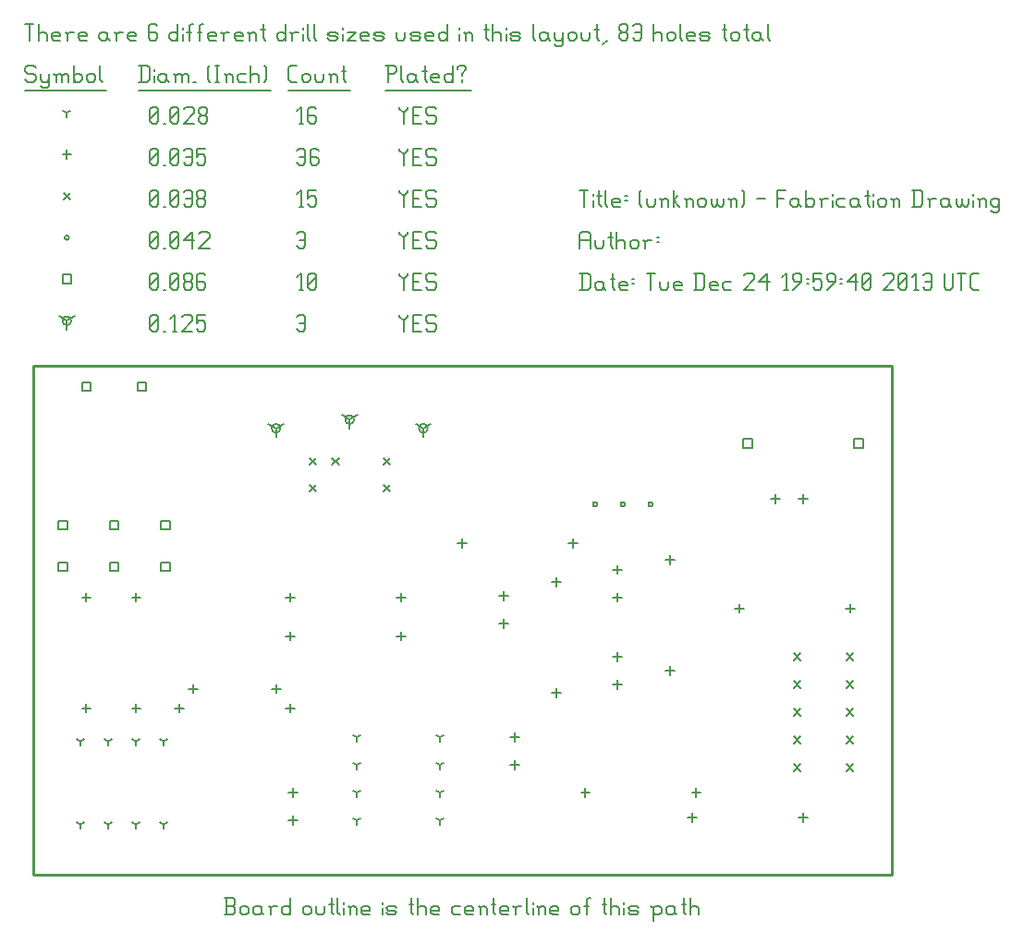
<source format=gbr>
G04 start of page 9 for group -3984 idx -3984 *
G04 Title: (unknown), fab *
G04 Creator: pcb 20110918 *
G04 CreationDate: Tue Dec 24 19:59:40 2013 UTC *
G04 For: fosse *
G04 Format: Gerber/RS-274X *
G04 PCB-Dimensions: 316500 193500 *
G04 PCB-Coordinate-Origin: lower left *
%MOIN*%
%FSLAX25Y25*%
%LNFAB*%
%ADD84C,0.0100*%
%ADD83C,0.0060*%
%ADD82C,0.0080*%
G54D82*X117000Y169083D02*Y165883D01*
Y169083D02*X119773Y170683D01*
X117000Y169083D02*X114227Y170683D01*
X115400Y169083D02*G75*G03X118600Y169083I1600J0D01*G01*
G75*G03X115400Y169083I-1600J0D01*G01*
X90425Y165933D02*Y162733D01*
Y165933D02*X93198Y167533D01*
X90425Y165933D02*X87652Y167533D01*
X88825Y165933D02*G75*G03X92025Y165933I1600J0D01*G01*
G75*G03X88825Y165933I-1600J0D01*G01*
X143575D02*Y162733D01*
Y165933D02*X146348Y167533D01*
X143575Y165933D02*X140802Y167533D01*
X141975Y165933D02*G75*G03X145175Y165933I1600J0D01*G01*
G75*G03X141975Y165933I-1600J0D01*G01*
X15000Y204750D02*Y201550D01*
Y204750D02*X17773Y206350D01*
X15000Y204750D02*X12227Y206350D01*
X13400Y204750D02*G75*G03X16600Y204750I1600J0D01*G01*
G75*G03X13400Y204750I-1600J0D01*G01*
G54D83*X135000Y207000D02*Y206250D01*
X136500Y204750D01*
X138000Y206250D01*
Y207000D02*Y206250D01*
X136500Y204750D02*Y201000D01*
X139800Y204000D02*X142050D01*
X139800Y201000D02*X142800D01*
X139800Y207000D02*Y201000D01*
Y207000D02*X142800D01*
X147600D02*X148350Y206250D01*
X145350Y207000D02*X147600D01*
X144600Y206250D02*X145350Y207000D01*
X144600Y206250D02*Y204750D01*
X145350Y204000D01*
X147600D01*
X148350Y203250D01*
Y201750D01*
X147600Y201000D02*X148350Y201750D01*
X145350Y201000D02*X147600D01*
X144600Y201750D02*X145350Y201000D01*
X98000Y206250D02*X98750Y207000D01*
X100250D01*
X101000Y206250D01*
Y201750D01*
X100250Y201000D02*X101000Y201750D01*
X98750Y201000D02*X100250D01*
X98000Y201750D02*X98750Y201000D01*
Y204000D02*X101000D01*
X45000Y201750D02*X45750Y201000D01*
X45000Y206250D02*Y201750D01*
Y206250D02*X45750Y207000D01*
X47250D01*
X48000Y206250D01*
Y201750D01*
X47250Y201000D02*X48000Y201750D01*
X45750Y201000D02*X47250D01*
X45000Y202500D02*X48000Y205500D01*
X49800Y201000D02*X50550D01*
X53100D02*X54600D01*
X53850Y207000D02*Y201000D01*
X52350Y205500D02*X53850Y207000D01*
X56400Y206250D02*X57150Y207000D01*
X59400D01*
X60150Y206250D01*
Y204750D01*
X56400Y201000D02*X60150Y204750D01*
X56400Y201000D02*X60150D01*
X61950Y207000D02*X64950D01*
X61950D02*Y204000D01*
X62700Y204750D01*
X64200D01*
X64950Y204000D01*
Y201750D01*
X64200Y201000D02*X64950Y201750D01*
X62700Y201000D02*X64200D01*
X61950Y201750D02*X62700Y201000D01*
X258900Y162100D02*X262100D01*
X258900D02*Y158900D01*
X262100D01*
Y162100D02*Y158900D01*
X298900Y162100D02*X302100D01*
X298900D02*Y158900D01*
X302100D01*
Y162100D02*Y158900D01*
X20400Y182600D02*X23600D01*
X20400D02*Y179400D01*
X23600D01*
Y182600D02*Y179400D01*
X40400Y182600D02*X43600D01*
X40400D02*Y179400D01*
X43600D01*
Y182600D02*Y179400D01*
X30400Y132600D02*X33600D01*
X30400D02*Y129400D01*
X33600D01*
Y132600D02*Y129400D01*
X11900Y132600D02*X15100D01*
X11900D02*Y129400D01*
X15100D01*
Y132600D02*Y129400D01*
X48900Y132600D02*X52100D01*
X48900D02*Y129400D01*
X52100D01*
Y132600D02*Y129400D01*
X11900Y117600D02*X15100D01*
X11900D02*Y114400D01*
X15100D01*
Y117600D02*Y114400D01*
X30400Y117600D02*X33600D01*
X30400D02*Y114400D01*
X33600D01*
Y117600D02*Y114400D01*
X48900Y117600D02*X52100D01*
X48900D02*Y114400D01*
X52100D01*
Y117600D02*Y114400D01*
X13400Y221350D02*X16600D01*
X13400D02*Y218150D01*
X16600D01*
Y221350D02*Y218150D01*
X135000Y222000D02*Y221250D01*
X136500Y219750D01*
X138000Y221250D01*
Y222000D02*Y221250D01*
X136500Y219750D02*Y216000D01*
X139800Y219000D02*X142050D01*
X139800Y216000D02*X142800D01*
X139800Y222000D02*Y216000D01*
Y222000D02*X142800D01*
X147600D02*X148350Y221250D01*
X145350Y222000D02*X147600D01*
X144600Y221250D02*X145350Y222000D01*
X144600Y221250D02*Y219750D01*
X145350Y219000D01*
X147600D01*
X148350Y218250D01*
Y216750D01*
X147600Y216000D02*X148350Y216750D01*
X145350Y216000D02*X147600D01*
X144600Y216750D02*X145350Y216000D01*
X98750D02*X100250D01*
X99500Y222000D02*Y216000D01*
X98000Y220500D02*X99500Y222000D01*
X102050Y216750D02*X102800Y216000D01*
X102050Y221250D02*Y216750D01*
Y221250D02*X102800Y222000D01*
X104300D01*
X105050Y221250D01*
Y216750D01*
X104300Y216000D02*X105050Y216750D01*
X102800Y216000D02*X104300D01*
X102050Y217500D02*X105050Y220500D01*
X45000Y216750D02*X45750Y216000D01*
X45000Y221250D02*Y216750D01*
Y221250D02*X45750Y222000D01*
X47250D01*
X48000Y221250D01*
Y216750D01*
X47250Y216000D02*X48000Y216750D01*
X45750Y216000D02*X47250D01*
X45000Y217500D02*X48000Y220500D01*
X49800Y216000D02*X50550D01*
X52350Y216750D02*X53100Y216000D01*
X52350Y221250D02*Y216750D01*
Y221250D02*X53100Y222000D01*
X54600D01*
X55350Y221250D01*
Y216750D01*
X54600Y216000D02*X55350Y216750D01*
X53100Y216000D02*X54600D01*
X52350Y217500D02*X55350Y220500D01*
X57150Y216750D02*X57900Y216000D01*
X57150Y218250D02*Y216750D01*
Y218250D02*X57900Y219000D01*
X59400D01*
X60150Y218250D01*
Y216750D01*
X59400Y216000D02*X60150Y216750D01*
X57900Y216000D02*X59400D01*
X57150Y219750D02*X57900Y219000D01*
X57150Y221250D02*Y219750D01*
Y221250D02*X57900Y222000D01*
X59400D01*
X60150Y221250D01*
Y219750D01*
X59400Y219000D02*X60150Y219750D01*
X64200Y222000D02*X64950Y221250D01*
X62700Y222000D02*X64200D01*
X61950Y221250D02*X62700Y222000D01*
X61950Y221250D02*Y216750D01*
X62700Y216000D01*
X64200Y219000D02*X64950Y218250D01*
X61950Y219000D02*X64200D01*
X62700Y216000D02*X64200D01*
X64950Y216750D01*
Y218250D02*Y216750D01*
X204700Y138500D02*G75*G03X206300Y138500I800J0D01*G01*
G75*G03X204700Y138500I-800J0D01*G01*
X214700D02*G75*G03X216300Y138500I800J0D01*G01*
G75*G03X214700Y138500I-800J0D01*G01*
X224700D02*G75*G03X226300Y138500I800J0D01*G01*
G75*G03X224700Y138500I-800J0D01*G01*
X14200Y234750D02*G75*G03X15800Y234750I800J0D01*G01*
G75*G03X14200Y234750I-800J0D01*G01*
X135000Y237000D02*Y236250D01*
X136500Y234750D01*
X138000Y236250D01*
Y237000D02*Y236250D01*
X136500Y234750D02*Y231000D01*
X139800Y234000D02*X142050D01*
X139800Y231000D02*X142800D01*
X139800Y237000D02*Y231000D01*
Y237000D02*X142800D01*
X147600D02*X148350Y236250D01*
X145350Y237000D02*X147600D01*
X144600Y236250D02*X145350Y237000D01*
X144600Y236250D02*Y234750D01*
X145350Y234000D01*
X147600D01*
X148350Y233250D01*
Y231750D01*
X147600Y231000D02*X148350Y231750D01*
X145350Y231000D02*X147600D01*
X144600Y231750D02*X145350Y231000D01*
X98000Y236250D02*X98750Y237000D01*
X100250D01*
X101000Y236250D01*
Y231750D01*
X100250Y231000D02*X101000Y231750D01*
X98750Y231000D02*X100250D01*
X98000Y231750D02*X98750Y231000D01*
Y234000D02*X101000D01*
X45000Y231750D02*X45750Y231000D01*
X45000Y236250D02*Y231750D01*
Y236250D02*X45750Y237000D01*
X47250D01*
X48000Y236250D01*
Y231750D01*
X47250Y231000D02*X48000Y231750D01*
X45750Y231000D02*X47250D01*
X45000Y232500D02*X48000Y235500D01*
X49800Y231000D02*X50550D01*
X52350Y231750D02*X53100Y231000D01*
X52350Y236250D02*Y231750D01*
Y236250D02*X53100Y237000D01*
X54600D01*
X55350Y236250D01*
Y231750D01*
X54600Y231000D02*X55350Y231750D01*
X53100Y231000D02*X54600D01*
X52350Y232500D02*X55350Y235500D01*
X57150Y234000D02*X60150Y237000D01*
X57150Y234000D02*X60900D01*
X60150Y237000D02*Y231000D01*
X62700Y236250D02*X63450Y237000D01*
X65700D01*
X66450Y236250D01*
Y234750D01*
X62700Y231000D02*X66450Y234750D01*
X62700Y231000D02*X66450D01*
X296300Y84700D02*X298700Y82300D01*
X296300D02*X298700Y84700D01*
X296300Y74700D02*X298700Y72300D01*
X296300D02*X298700Y74700D01*
X296300Y64700D02*X298700Y62300D01*
X296300D02*X298700Y64700D01*
X296300Y54700D02*X298700Y52300D01*
X296300D02*X298700Y54700D01*
X296300Y44700D02*X298700Y42300D01*
X296300D02*X298700Y44700D01*
X102414Y145480D02*X104814Y143080D01*
X102414D02*X104814Y145480D01*
X110682Y155322D02*X113082Y152922D01*
X110682D02*X113082Y155322D01*
X102414D02*X104814Y152922D01*
X102414D02*X104814Y155322D01*
X129186D02*X131586Y152922D01*
X129186D02*X131586Y155322D01*
X129186Y145480D02*X131586Y143080D01*
X129186D02*X131586Y145480D01*
X277300Y84700D02*X279700Y82300D01*
X277300D02*X279700Y84700D01*
X277300Y74700D02*X279700Y72300D01*
X277300D02*X279700Y74700D01*
X277300Y64700D02*X279700Y62300D01*
X277300D02*X279700Y64700D01*
X277300Y54700D02*X279700Y52300D01*
X277300D02*X279700Y54700D01*
X277300Y44700D02*X279700Y42300D01*
X277300D02*X279700Y44700D01*
X13800Y250950D02*X16200Y248550D01*
X13800D02*X16200Y250950D01*
X135000Y252000D02*Y251250D01*
X136500Y249750D01*
X138000Y251250D01*
Y252000D02*Y251250D01*
X136500Y249750D02*Y246000D01*
X139800Y249000D02*X142050D01*
X139800Y246000D02*X142800D01*
X139800Y252000D02*Y246000D01*
Y252000D02*X142800D01*
X147600D02*X148350Y251250D01*
X145350Y252000D02*X147600D01*
X144600Y251250D02*X145350Y252000D01*
X144600Y251250D02*Y249750D01*
X145350Y249000D01*
X147600D01*
X148350Y248250D01*
Y246750D01*
X147600Y246000D02*X148350Y246750D01*
X145350Y246000D02*X147600D01*
X144600Y246750D02*X145350Y246000D01*
X98750D02*X100250D01*
X99500Y252000D02*Y246000D01*
X98000Y250500D02*X99500Y252000D01*
X102050D02*X105050D01*
X102050D02*Y249000D01*
X102800Y249750D01*
X104300D01*
X105050Y249000D01*
Y246750D01*
X104300Y246000D02*X105050Y246750D01*
X102800Y246000D02*X104300D01*
X102050Y246750D02*X102800Y246000D01*
X45000Y246750D02*X45750Y246000D01*
X45000Y251250D02*Y246750D01*
Y251250D02*X45750Y252000D01*
X47250D01*
X48000Y251250D01*
Y246750D01*
X47250Y246000D02*X48000Y246750D01*
X45750Y246000D02*X47250D01*
X45000Y247500D02*X48000Y250500D01*
X49800Y246000D02*X50550D01*
X52350Y246750D02*X53100Y246000D01*
X52350Y251250D02*Y246750D01*
Y251250D02*X53100Y252000D01*
X54600D01*
X55350Y251250D01*
Y246750D01*
X54600Y246000D02*X55350Y246750D01*
X53100Y246000D02*X54600D01*
X52350Y247500D02*X55350Y250500D01*
X57150Y251250D02*X57900Y252000D01*
X59400D01*
X60150Y251250D01*
Y246750D01*
X59400Y246000D02*X60150Y246750D01*
X57900Y246000D02*X59400D01*
X57150Y246750D02*X57900Y246000D01*
Y249000D02*X60150D01*
X61950Y246750D02*X62700Y246000D01*
X61950Y248250D02*Y246750D01*
Y248250D02*X62700Y249000D01*
X64200D01*
X64950Y248250D01*
Y246750D01*
X64200Y246000D02*X64950Y246750D01*
X62700Y246000D02*X64200D01*
X61950Y249750D02*X62700Y249000D01*
X61950Y251250D02*Y249750D01*
Y251250D02*X62700Y252000D01*
X64200D01*
X64950Y251250D01*
Y249750D01*
X64200Y249000D02*X64950Y249750D01*
X270500Y142100D02*Y138900D01*
X268900Y140500D02*X272100D01*
X280500Y142100D02*Y138900D01*
X278900Y140500D02*X282100D01*
X191500Y72100D02*Y68900D01*
X189900Y70500D02*X193100D01*
X191500Y112100D02*Y108900D01*
X189900Y110500D02*X193100D01*
X172500Y97100D02*Y93900D01*
X170900Y95500D02*X174100D01*
X172500Y107100D02*Y103900D01*
X170900Y105500D02*X174100D01*
X96500Y26100D02*Y22900D01*
X94900Y24500D02*X98100D01*
X96500Y36100D02*Y32900D01*
X94900Y34500D02*X98100D01*
X40000Y106600D02*Y103400D01*
X38400Y105000D02*X41600D01*
X40000Y66600D02*Y63400D01*
X38400Y65000D02*X41600D01*
X176500Y46100D02*Y42900D01*
X174900Y44500D02*X178100D01*
X176500Y56100D02*Y52900D01*
X174900Y54500D02*X178100D01*
X157500Y126100D02*Y122900D01*
X155900Y124500D02*X159100D01*
X197500Y126100D02*Y122900D01*
X195900Y124500D02*X199100D01*
X60500Y73600D02*Y70400D01*
X58900Y72000D02*X62100D01*
X90500Y73600D02*Y70400D01*
X88900Y72000D02*X92100D01*
X213500Y106600D02*Y103400D01*
X211900Y105000D02*X215100D01*
X213500Y116600D02*Y113400D01*
X211900Y115000D02*X215100D01*
X232500Y80100D02*Y76900D01*
X230900Y78500D02*X234100D01*
X232500Y120100D02*Y116900D01*
X230900Y118500D02*X234100D01*
X213500Y75100D02*Y71900D01*
X211900Y73500D02*X215100D01*
X213500Y85100D02*Y81900D01*
X211900Y83500D02*X215100D01*
X22000Y106600D02*Y103400D01*
X20400Y105000D02*X23600D01*
X22000Y66600D02*Y63400D01*
X20400Y65000D02*X23600D01*
X202000Y36100D02*Y32900D01*
X200400Y34500D02*X203600D01*
X242000Y36100D02*Y32900D01*
X240400Y34500D02*X243600D01*
X135500Y106600D02*Y103400D01*
X133900Y105000D02*X137100D01*
X95500Y106600D02*Y103400D01*
X93900Y105000D02*X97100D01*
X135500Y92600D02*Y89400D01*
X133900Y91000D02*X137100D01*
X95500Y92600D02*Y89400D01*
X93900Y91000D02*X97100D01*
X55500Y66600D02*Y63400D01*
X53900Y65000D02*X57100D01*
X95500Y66600D02*Y63400D01*
X93900Y65000D02*X97100D01*
X257500Y102600D02*Y99400D01*
X255900Y101000D02*X259100D01*
X297500Y102600D02*Y99400D01*
X295900Y101000D02*X299100D01*
X240500Y27100D02*Y23900D01*
X238900Y25500D02*X242100D01*
X280500Y27100D02*Y23900D01*
X278900Y25500D02*X282100D01*
X15000Y266350D02*Y263150D01*
X13400Y264750D02*X16600D01*
X135000Y267000D02*Y266250D01*
X136500Y264750D01*
X138000Y266250D01*
Y267000D02*Y266250D01*
X136500Y264750D02*Y261000D01*
X139800Y264000D02*X142050D01*
X139800Y261000D02*X142800D01*
X139800Y267000D02*Y261000D01*
Y267000D02*X142800D01*
X147600D02*X148350Y266250D01*
X145350Y267000D02*X147600D01*
X144600Y266250D02*X145350Y267000D01*
X144600Y266250D02*Y264750D01*
X145350Y264000D01*
X147600D01*
X148350Y263250D01*
Y261750D01*
X147600Y261000D02*X148350Y261750D01*
X145350Y261000D02*X147600D01*
X144600Y261750D02*X145350Y261000D01*
X98000Y266250D02*X98750Y267000D01*
X100250D01*
X101000Y266250D01*
Y261750D01*
X100250Y261000D02*X101000Y261750D01*
X98750Y261000D02*X100250D01*
X98000Y261750D02*X98750Y261000D01*
Y264000D02*X101000D01*
X105050Y267000D02*X105800Y266250D01*
X103550Y267000D02*X105050D01*
X102800Y266250D02*X103550Y267000D01*
X102800Y266250D02*Y261750D01*
X103550Y261000D01*
X105050Y264000D02*X105800Y263250D01*
X102800Y264000D02*X105050D01*
X103550Y261000D02*X105050D01*
X105800Y261750D01*
Y263250D02*Y261750D01*
X45000D02*X45750Y261000D01*
X45000Y266250D02*Y261750D01*
Y266250D02*X45750Y267000D01*
X47250D01*
X48000Y266250D01*
Y261750D01*
X47250Y261000D02*X48000Y261750D01*
X45750Y261000D02*X47250D01*
X45000Y262500D02*X48000Y265500D01*
X49800Y261000D02*X50550D01*
X52350Y261750D02*X53100Y261000D01*
X52350Y266250D02*Y261750D01*
Y266250D02*X53100Y267000D01*
X54600D01*
X55350Y266250D01*
Y261750D01*
X54600Y261000D02*X55350Y261750D01*
X53100Y261000D02*X54600D01*
X52350Y262500D02*X55350Y265500D01*
X57150Y266250D02*X57900Y267000D01*
X59400D01*
X60150Y266250D01*
Y261750D01*
X59400Y261000D02*X60150Y261750D01*
X57900Y261000D02*X59400D01*
X57150Y261750D02*X57900Y261000D01*
Y264000D02*X60150D01*
X61950Y267000D02*X64950D01*
X61950D02*Y264000D01*
X62700Y264750D01*
X64200D01*
X64950Y264000D01*
Y261750D01*
X64200Y261000D02*X64950Y261750D01*
X62700Y261000D02*X64200D01*
X61950Y261750D02*X62700Y261000D01*
X50000Y53000D02*Y51400D01*
Y53000D02*X51387Y53800D01*
X50000Y53000D02*X48613Y53800D01*
X40000Y53000D02*Y51400D01*
Y53000D02*X41387Y53800D01*
X40000Y53000D02*X38613Y53800D01*
X30000Y53000D02*Y51400D01*
Y53000D02*X31387Y53800D01*
X30000Y53000D02*X28613Y53800D01*
X20000Y53000D02*Y51400D01*
Y53000D02*X21387Y53800D01*
X20000Y53000D02*X18613Y53800D01*
X20000Y23000D02*Y21400D01*
Y23000D02*X21387Y23800D01*
X20000Y23000D02*X18613Y23800D01*
X30000Y23000D02*Y21400D01*
Y23000D02*X31387Y23800D01*
X30000Y23000D02*X28613Y23800D01*
X40000Y23000D02*Y21400D01*
Y23000D02*X41387Y23800D01*
X40000Y23000D02*X38613Y23800D01*
X50000Y23000D02*Y21400D01*
Y23000D02*X51387Y23800D01*
X50000Y23000D02*X48613Y23800D01*
X119500Y54500D02*Y52900D01*
Y54500D02*X120887Y55300D01*
X119500Y54500D02*X118113Y55300D01*
X119500Y44500D02*Y42900D01*
Y44500D02*X120887Y45300D01*
X119500Y44500D02*X118113Y45300D01*
X119500Y34500D02*Y32900D01*
Y34500D02*X120887Y35300D01*
X119500Y34500D02*X118113Y35300D01*
X119500Y24500D02*Y22900D01*
Y24500D02*X120887Y25300D01*
X119500Y24500D02*X118113Y25300D01*
X149500Y24500D02*Y22900D01*
Y24500D02*X150887Y25300D01*
X149500Y24500D02*X148113Y25300D01*
X149500Y34500D02*Y32900D01*
Y34500D02*X150887Y35300D01*
X149500Y34500D02*X148113Y35300D01*
X149500Y44500D02*Y42900D01*
Y44500D02*X150887Y45300D01*
X149500Y44500D02*X148113Y45300D01*
X149500Y54500D02*Y52900D01*
Y54500D02*X150887Y55300D01*
X149500Y54500D02*X148113Y55300D01*
X15000Y279750D02*Y278150D01*
Y279750D02*X16387Y280550D01*
X15000Y279750D02*X13613Y280550D01*
X135000Y282000D02*Y281250D01*
X136500Y279750D01*
X138000Y281250D01*
Y282000D02*Y281250D01*
X136500Y279750D02*Y276000D01*
X139800Y279000D02*X142050D01*
X139800Y276000D02*X142800D01*
X139800Y282000D02*Y276000D01*
Y282000D02*X142800D01*
X147600D02*X148350Y281250D01*
X145350Y282000D02*X147600D01*
X144600Y281250D02*X145350Y282000D01*
X144600Y281250D02*Y279750D01*
X145350Y279000D01*
X147600D01*
X148350Y278250D01*
Y276750D01*
X147600Y276000D02*X148350Y276750D01*
X145350Y276000D02*X147600D01*
X144600Y276750D02*X145350Y276000D01*
X98750D02*X100250D01*
X99500Y282000D02*Y276000D01*
X98000Y280500D02*X99500Y282000D01*
X104300D02*X105050Y281250D01*
X102800Y282000D02*X104300D01*
X102050Y281250D02*X102800Y282000D01*
X102050Y281250D02*Y276750D01*
X102800Y276000D01*
X104300Y279000D02*X105050Y278250D01*
X102050Y279000D02*X104300D01*
X102800Y276000D02*X104300D01*
X105050Y276750D01*
Y278250D02*Y276750D01*
X45000D02*X45750Y276000D01*
X45000Y281250D02*Y276750D01*
Y281250D02*X45750Y282000D01*
X47250D01*
X48000Y281250D01*
Y276750D01*
X47250Y276000D02*X48000Y276750D01*
X45750Y276000D02*X47250D01*
X45000Y277500D02*X48000Y280500D01*
X49800Y276000D02*X50550D01*
X52350Y276750D02*X53100Y276000D01*
X52350Y281250D02*Y276750D01*
Y281250D02*X53100Y282000D01*
X54600D01*
X55350Y281250D01*
Y276750D01*
X54600Y276000D02*X55350Y276750D01*
X53100Y276000D02*X54600D01*
X52350Y277500D02*X55350Y280500D01*
X57150Y281250D02*X57900Y282000D01*
X60150D01*
X60900Y281250D01*
Y279750D01*
X57150Y276000D02*X60900Y279750D01*
X57150Y276000D02*X60900D01*
X62700Y276750D02*X63450Y276000D01*
X62700Y278250D02*Y276750D01*
Y278250D02*X63450Y279000D01*
X64950D01*
X65700Y278250D01*
Y276750D01*
X64950Y276000D02*X65700Y276750D01*
X63450Y276000D02*X64950D01*
X62700Y279750D02*X63450Y279000D01*
X62700Y281250D02*Y279750D01*
Y281250D02*X63450Y282000D01*
X64950D01*
X65700Y281250D01*
Y279750D01*
X64950Y279000D02*X65700Y279750D01*
X3000Y297000D02*X3750Y296250D01*
X750Y297000D02*X3000D01*
X0Y296250D02*X750Y297000D01*
X0Y296250D02*Y294750D01*
X750Y294000D01*
X3000D01*
X3750Y293250D01*
Y291750D01*
X3000Y291000D02*X3750Y291750D01*
X750Y291000D02*X3000D01*
X0Y291750D02*X750Y291000D01*
X5550Y294000D02*Y291750D01*
X6300Y291000D01*
X8550Y294000D02*Y289500D01*
X7800Y288750D02*X8550Y289500D01*
X6300Y288750D02*X7800D01*
X5550Y289500D02*X6300Y288750D01*
Y291000D02*X7800D01*
X8550Y291750D01*
X11100Y293250D02*Y291000D01*
Y293250D02*X11850Y294000D01*
X12600D01*
X13350Y293250D01*
Y291000D01*
Y293250D02*X14100Y294000D01*
X14850D01*
X15600Y293250D01*
Y291000D01*
X10350Y294000D02*X11100Y293250D01*
X17400Y297000D02*Y291000D01*
Y291750D02*X18150Y291000D01*
X19650D01*
X20400Y291750D01*
Y293250D02*Y291750D01*
X19650Y294000D02*X20400Y293250D01*
X18150Y294000D02*X19650D01*
X17400Y293250D02*X18150Y294000D01*
X22200Y293250D02*Y291750D01*
Y293250D02*X22950Y294000D01*
X24450D01*
X25200Y293250D01*
Y291750D01*
X24450Y291000D02*X25200Y291750D01*
X22950Y291000D02*X24450D01*
X22200Y291750D02*X22950Y291000D01*
X27000Y297000D02*Y291750D01*
X27750Y291000D01*
X0Y287750D02*X29250D01*
X41750Y297000D02*Y291000D01*
X44000Y297000D02*X44750Y296250D01*
Y291750D01*
X44000Y291000D02*X44750Y291750D01*
X41000Y291000D02*X44000D01*
X41000Y297000D02*X44000D01*
X46550Y295500D02*Y294750D01*
Y293250D02*Y291000D01*
X50300Y294000D02*X51050Y293250D01*
X48800Y294000D02*X50300D01*
X48050Y293250D02*X48800Y294000D01*
X48050Y293250D02*Y291750D01*
X48800Y291000D01*
X51050Y294000D02*Y291750D01*
X51800Y291000D01*
X48800D02*X50300D01*
X51050Y291750D01*
X54350Y293250D02*Y291000D01*
Y293250D02*X55100Y294000D01*
X55850D01*
X56600Y293250D01*
Y291000D01*
Y293250D02*X57350Y294000D01*
X58100D01*
X58850Y293250D01*
Y291000D01*
X53600Y294000D02*X54350Y293250D01*
X60650Y291000D02*X61400D01*
X65900Y291750D02*X66650Y291000D01*
X65900Y296250D02*X66650Y297000D01*
X65900Y296250D02*Y291750D01*
X68450Y297000D02*X69950D01*
X69200D02*Y291000D01*
X68450D02*X69950D01*
X72500Y293250D02*Y291000D01*
Y293250D02*X73250Y294000D01*
X74000D01*
X74750Y293250D01*
Y291000D01*
X71750Y294000D02*X72500Y293250D01*
X77300Y294000D02*X79550D01*
X76550Y293250D02*X77300Y294000D01*
X76550Y293250D02*Y291750D01*
X77300Y291000D01*
X79550D01*
X81350Y297000D02*Y291000D01*
Y293250D02*X82100Y294000D01*
X83600D01*
X84350Y293250D01*
Y291000D01*
X86150Y297000D02*X86900Y296250D01*
Y291750D01*
X86150Y291000D02*X86900Y291750D01*
X41000Y287750D02*X88700D01*
X95750Y291000D02*X98000D01*
X95000Y291750D02*X95750Y291000D01*
X95000Y296250D02*Y291750D01*
Y296250D02*X95750Y297000D01*
X98000D01*
X99800Y293250D02*Y291750D01*
Y293250D02*X100550Y294000D01*
X102050D01*
X102800Y293250D01*
Y291750D01*
X102050Y291000D02*X102800Y291750D01*
X100550Y291000D02*X102050D01*
X99800Y291750D02*X100550Y291000D01*
X104600Y294000D02*Y291750D01*
X105350Y291000D01*
X106850D01*
X107600Y291750D01*
Y294000D02*Y291750D01*
X110150Y293250D02*Y291000D01*
Y293250D02*X110900Y294000D01*
X111650D01*
X112400Y293250D01*
Y291000D01*
X109400Y294000D02*X110150Y293250D01*
X114950Y297000D02*Y291750D01*
X115700Y291000D01*
X114200Y294750D02*X115700D01*
X95000Y287750D02*X117200D01*
X130750Y297000D02*Y291000D01*
X130000Y297000D02*X133000D01*
X133750Y296250D01*
Y294750D01*
X133000Y294000D02*X133750Y294750D01*
X130750Y294000D02*X133000D01*
X135550Y297000D02*Y291750D01*
X136300Y291000D01*
X140050Y294000D02*X140800Y293250D01*
X138550Y294000D02*X140050D01*
X137800Y293250D02*X138550Y294000D01*
X137800Y293250D02*Y291750D01*
X138550Y291000D01*
X140800Y294000D02*Y291750D01*
X141550Y291000D01*
X138550D02*X140050D01*
X140800Y291750D01*
X144100Y297000D02*Y291750D01*
X144850Y291000D01*
X143350Y294750D02*X144850D01*
X147100Y291000D02*X149350D01*
X146350Y291750D02*X147100Y291000D01*
X146350Y293250D02*Y291750D01*
Y293250D02*X147100Y294000D01*
X148600D01*
X149350Y293250D01*
X146350Y292500D02*X149350D01*
Y293250D02*Y292500D01*
X154150Y297000D02*Y291000D01*
X153400D02*X154150Y291750D01*
X151900Y291000D02*X153400D01*
X151150Y291750D02*X151900Y291000D01*
X151150Y293250D02*Y291750D01*
Y293250D02*X151900Y294000D01*
X153400D01*
X154150Y293250D01*
X157450Y294000D02*Y293250D01*
Y291750D02*Y291000D01*
X155950Y296250D02*Y295500D01*
Y296250D02*X156700Y297000D01*
X158200D01*
X158950Y296250D01*
Y295500D01*
X157450Y294000D02*X158950Y295500D01*
X130000Y287750D02*X160750D01*
X0Y312000D02*X3000D01*
X1500D02*Y306000D01*
X4800Y312000D02*Y306000D01*
Y308250D02*X5550Y309000D01*
X7050D01*
X7800Y308250D01*
Y306000D01*
X10350D02*X12600D01*
X9600Y306750D02*X10350Y306000D01*
X9600Y308250D02*Y306750D01*
Y308250D02*X10350Y309000D01*
X11850D01*
X12600Y308250D01*
X9600Y307500D02*X12600D01*
Y308250D02*Y307500D01*
X15150Y308250D02*Y306000D01*
Y308250D02*X15900Y309000D01*
X17400D01*
X14400D02*X15150Y308250D01*
X19950Y306000D02*X22200D01*
X19200Y306750D02*X19950Y306000D01*
X19200Y308250D02*Y306750D01*
Y308250D02*X19950Y309000D01*
X21450D01*
X22200Y308250D01*
X19200Y307500D02*X22200D01*
Y308250D02*Y307500D01*
X28950Y309000D02*X29700Y308250D01*
X27450Y309000D02*X28950D01*
X26700Y308250D02*X27450Y309000D01*
X26700Y308250D02*Y306750D01*
X27450Y306000D01*
X29700Y309000D02*Y306750D01*
X30450Y306000D01*
X27450D02*X28950D01*
X29700Y306750D01*
X33000Y308250D02*Y306000D01*
Y308250D02*X33750Y309000D01*
X35250D01*
X32250D02*X33000Y308250D01*
X37800Y306000D02*X40050D01*
X37050Y306750D02*X37800Y306000D01*
X37050Y308250D02*Y306750D01*
Y308250D02*X37800Y309000D01*
X39300D01*
X40050Y308250D01*
X37050Y307500D02*X40050D01*
Y308250D02*Y307500D01*
X46800Y312000D02*X47550Y311250D01*
X45300Y312000D02*X46800D01*
X44550Y311250D02*X45300Y312000D01*
X44550Y311250D02*Y306750D01*
X45300Y306000D01*
X46800Y309000D02*X47550Y308250D01*
X44550Y309000D02*X46800D01*
X45300Y306000D02*X46800D01*
X47550Y306750D01*
Y308250D02*Y306750D01*
X55050Y312000D02*Y306000D01*
X54300D02*X55050Y306750D01*
X52800Y306000D02*X54300D01*
X52050Y306750D02*X52800Y306000D01*
X52050Y308250D02*Y306750D01*
Y308250D02*X52800Y309000D01*
X54300D01*
X55050Y308250D01*
X56850Y310500D02*Y309750D01*
Y308250D02*Y306000D01*
X59100Y311250D02*Y306000D01*
Y311250D02*X59850Y312000D01*
X60600D01*
X58350Y309000D02*X59850D01*
X62850Y311250D02*Y306000D01*
Y311250D02*X63600Y312000D01*
X64350D01*
X62100Y309000D02*X63600D01*
X66600Y306000D02*X68850D01*
X65850Y306750D02*X66600Y306000D01*
X65850Y308250D02*Y306750D01*
Y308250D02*X66600Y309000D01*
X68100D01*
X68850Y308250D01*
X65850Y307500D02*X68850D01*
Y308250D02*Y307500D01*
X71400Y308250D02*Y306000D01*
Y308250D02*X72150Y309000D01*
X73650D01*
X70650D02*X71400Y308250D01*
X76200Y306000D02*X78450D01*
X75450Y306750D02*X76200Y306000D01*
X75450Y308250D02*Y306750D01*
Y308250D02*X76200Y309000D01*
X77700D01*
X78450Y308250D01*
X75450Y307500D02*X78450D01*
Y308250D02*Y307500D01*
X81000Y308250D02*Y306000D01*
Y308250D02*X81750Y309000D01*
X82500D01*
X83250Y308250D01*
Y306000D01*
X80250Y309000D02*X81000Y308250D01*
X85800Y312000D02*Y306750D01*
X86550Y306000D01*
X85050Y309750D02*X86550D01*
X93750Y312000D02*Y306000D01*
X93000D02*X93750Y306750D01*
X91500Y306000D02*X93000D01*
X90750Y306750D02*X91500Y306000D01*
X90750Y308250D02*Y306750D01*
Y308250D02*X91500Y309000D01*
X93000D01*
X93750Y308250D01*
X96300D02*Y306000D01*
Y308250D02*X97050Y309000D01*
X98550D01*
X95550D02*X96300Y308250D01*
X100350Y310500D02*Y309750D01*
Y308250D02*Y306000D01*
X101850Y312000D02*Y306750D01*
X102600Y306000D01*
X104100Y312000D02*Y306750D01*
X104850Y306000D01*
X109800D02*X112050D01*
X112800Y306750D01*
X112050Y307500D02*X112800Y306750D01*
X109800Y307500D02*X112050D01*
X109050Y308250D02*X109800Y307500D01*
X109050Y308250D02*X109800Y309000D01*
X112050D01*
X112800Y308250D01*
X109050Y306750D02*X109800Y306000D01*
X114600Y310500D02*Y309750D01*
Y308250D02*Y306000D01*
X116100Y309000D02*X119100D01*
X116100Y306000D02*X119100Y309000D01*
X116100Y306000D02*X119100D01*
X121650D02*X123900D01*
X120900Y306750D02*X121650Y306000D01*
X120900Y308250D02*Y306750D01*
Y308250D02*X121650Y309000D01*
X123150D01*
X123900Y308250D01*
X120900Y307500D02*X123900D01*
Y308250D02*Y307500D01*
X126450Y306000D02*X128700D01*
X129450Y306750D01*
X128700Y307500D02*X129450Y306750D01*
X126450Y307500D02*X128700D01*
X125700Y308250D02*X126450Y307500D01*
X125700Y308250D02*X126450Y309000D01*
X128700D01*
X129450Y308250D01*
X125700Y306750D02*X126450Y306000D01*
X133950Y309000D02*Y306750D01*
X134700Y306000D01*
X136200D01*
X136950Y306750D01*
Y309000D02*Y306750D01*
X139500Y306000D02*X141750D01*
X142500Y306750D01*
X141750Y307500D02*X142500Y306750D01*
X139500Y307500D02*X141750D01*
X138750Y308250D02*X139500Y307500D01*
X138750Y308250D02*X139500Y309000D01*
X141750D01*
X142500Y308250D01*
X138750Y306750D02*X139500Y306000D01*
X145050D02*X147300D01*
X144300Y306750D02*X145050Y306000D01*
X144300Y308250D02*Y306750D01*
Y308250D02*X145050Y309000D01*
X146550D01*
X147300Y308250D01*
X144300Y307500D02*X147300D01*
Y308250D02*Y307500D01*
X152100Y312000D02*Y306000D01*
X151350D02*X152100Y306750D01*
X149850Y306000D02*X151350D01*
X149100Y306750D02*X149850Y306000D01*
X149100Y308250D02*Y306750D01*
Y308250D02*X149850Y309000D01*
X151350D01*
X152100Y308250D01*
X156600Y310500D02*Y309750D01*
Y308250D02*Y306000D01*
X158850Y308250D02*Y306000D01*
Y308250D02*X159600Y309000D01*
X160350D01*
X161100Y308250D01*
Y306000D01*
X158100Y309000D02*X158850Y308250D01*
X166350Y312000D02*Y306750D01*
X167100Y306000D01*
X165600Y309750D02*X167100D01*
X168600Y312000D02*Y306000D01*
Y308250D02*X169350Y309000D01*
X170850D01*
X171600Y308250D01*
Y306000D01*
X173400Y310500D02*Y309750D01*
Y308250D02*Y306000D01*
X175650D02*X177900D01*
X178650Y306750D01*
X177900Y307500D02*X178650Y306750D01*
X175650Y307500D02*X177900D01*
X174900Y308250D02*X175650Y307500D01*
X174900Y308250D02*X175650Y309000D01*
X177900D01*
X178650Y308250D01*
X174900Y306750D02*X175650Y306000D01*
X183150Y312000D02*Y306750D01*
X183900Y306000D01*
X187650Y309000D02*X188400Y308250D01*
X186150Y309000D02*X187650D01*
X185400Y308250D02*X186150Y309000D01*
X185400Y308250D02*Y306750D01*
X186150Y306000D01*
X188400Y309000D02*Y306750D01*
X189150Y306000D01*
X186150D02*X187650D01*
X188400Y306750D01*
X190950Y309000D02*Y306750D01*
X191700Y306000D01*
X193950Y309000D02*Y304500D01*
X193200Y303750D02*X193950Y304500D01*
X191700Y303750D02*X193200D01*
X190950Y304500D02*X191700Y303750D01*
Y306000D02*X193200D01*
X193950Y306750D01*
X195750Y308250D02*Y306750D01*
Y308250D02*X196500Y309000D01*
X198000D01*
X198750Y308250D01*
Y306750D01*
X198000Y306000D02*X198750Y306750D01*
X196500Y306000D02*X198000D01*
X195750Y306750D02*X196500Y306000D01*
X200550Y309000D02*Y306750D01*
X201300Y306000D01*
X202800D01*
X203550Y306750D01*
Y309000D02*Y306750D01*
X206100Y312000D02*Y306750D01*
X206850Y306000D01*
X205350Y309750D02*X206850D01*
X208350Y304500D02*X209850Y306000D01*
X214350Y306750D02*X215100Y306000D01*
X214350Y308250D02*Y306750D01*
Y308250D02*X215100Y309000D01*
X216600D01*
X217350Y308250D01*
Y306750D01*
X216600Y306000D02*X217350Y306750D01*
X215100Y306000D02*X216600D01*
X214350Y309750D02*X215100Y309000D01*
X214350Y311250D02*Y309750D01*
Y311250D02*X215100Y312000D01*
X216600D01*
X217350Y311250D01*
Y309750D01*
X216600Y309000D02*X217350Y309750D01*
X219150Y311250D02*X219900Y312000D01*
X221400D01*
X222150Y311250D01*
Y306750D01*
X221400Y306000D02*X222150Y306750D01*
X219900Y306000D02*X221400D01*
X219150Y306750D02*X219900Y306000D01*
Y309000D02*X222150D01*
X226650Y312000D02*Y306000D01*
Y308250D02*X227400Y309000D01*
X228900D01*
X229650Y308250D01*
Y306000D01*
X231450Y308250D02*Y306750D01*
Y308250D02*X232200Y309000D01*
X233700D01*
X234450Y308250D01*
Y306750D01*
X233700Y306000D02*X234450Y306750D01*
X232200Y306000D02*X233700D01*
X231450Y306750D02*X232200Y306000D01*
X236250Y312000D02*Y306750D01*
X237000Y306000D01*
X239250D02*X241500D01*
X238500Y306750D02*X239250Y306000D01*
X238500Y308250D02*Y306750D01*
Y308250D02*X239250Y309000D01*
X240750D01*
X241500Y308250D01*
X238500Y307500D02*X241500D01*
Y308250D02*Y307500D01*
X244050Y306000D02*X246300D01*
X247050Y306750D01*
X246300Y307500D02*X247050Y306750D01*
X244050Y307500D02*X246300D01*
X243300Y308250D02*X244050Y307500D01*
X243300Y308250D02*X244050Y309000D01*
X246300D01*
X247050Y308250D01*
X243300Y306750D02*X244050Y306000D01*
X252300Y312000D02*Y306750D01*
X253050Y306000D01*
X251550Y309750D02*X253050D01*
X254550Y308250D02*Y306750D01*
Y308250D02*X255300Y309000D01*
X256800D01*
X257550Y308250D01*
Y306750D01*
X256800Y306000D02*X257550Y306750D01*
X255300Y306000D02*X256800D01*
X254550Y306750D02*X255300Y306000D01*
X260100Y312000D02*Y306750D01*
X260850Y306000D01*
X259350Y309750D02*X260850D01*
X264600Y309000D02*X265350Y308250D01*
X263100Y309000D02*X264600D01*
X262350Y308250D02*X263100Y309000D01*
X262350Y308250D02*Y306750D01*
X263100Y306000D01*
X265350Y309000D02*Y306750D01*
X266100Y306000D01*
X263100D02*X264600D01*
X265350Y306750D01*
X267900Y312000D02*Y306750D01*
X268650Y306000D01*
G54D84*X3000Y188500D02*X312500D01*
Y5000D01*
X3000D01*
Y188500D01*
G54D83*X71925Y-9500D02*X74925D01*
X75675Y-8750D01*
Y-7250D02*Y-8750D01*
X74925Y-6500D02*X75675Y-7250D01*
X72675Y-6500D02*X74925D01*
X72675Y-3500D02*Y-9500D01*
X71925Y-3500D02*X74925D01*
X75675Y-4250D01*
Y-5750D01*
X74925Y-6500D02*X75675Y-5750D01*
X77475Y-7250D02*Y-8750D01*
Y-7250D02*X78225Y-6500D01*
X79725D01*
X80475Y-7250D01*
Y-8750D01*
X79725Y-9500D02*X80475Y-8750D01*
X78225Y-9500D02*X79725D01*
X77475Y-8750D02*X78225Y-9500D01*
X84525Y-6500D02*X85275Y-7250D01*
X83025Y-6500D02*X84525D01*
X82275Y-7250D02*X83025Y-6500D01*
X82275Y-7250D02*Y-8750D01*
X83025Y-9500D01*
X85275Y-6500D02*Y-8750D01*
X86025Y-9500D01*
X83025D02*X84525D01*
X85275Y-8750D01*
X88575Y-7250D02*Y-9500D01*
Y-7250D02*X89325Y-6500D01*
X90825D01*
X87825D02*X88575Y-7250D01*
X95625Y-3500D02*Y-9500D01*
X94875D02*X95625Y-8750D01*
X93375Y-9500D02*X94875D01*
X92625Y-8750D02*X93375Y-9500D01*
X92625Y-7250D02*Y-8750D01*
Y-7250D02*X93375Y-6500D01*
X94875D01*
X95625Y-7250D01*
X100125D02*Y-8750D01*
Y-7250D02*X100875Y-6500D01*
X102375D01*
X103125Y-7250D01*
Y-8750D01*
X102375Y-9500D02*X103125Y-8750D01*
X100875Y-9500D02*X102375D01*
X100125Y-8750D02*X100875Y-9500D01*
X104925Y-6500D02*Y-8750D01*
X105675Y-9500D01*
X107175D01*
X107925Y-8750D01*
Y-6500D02*Y-8750D01*
X110475Y-3500D02*Y-8750D01*
X111225Y-9500D01*
X109725Y-5750D02*X111225D01*
X112725Y-3500D02*Y-8750D01*
X113475Y-9500D01*
X114975Y-5000D02*Y-5750D01*
Y-7250D02*Y-9500D01*
X117225Y-7250D02*Y-9500D01*
Y-7250D02*X117975Y-6500D01*
X118725D01*
X119475Y-7250D01*
Y-9500D01*
X116475Y-6500D02*X117225Y-7250D01*
X122025Y-9500D02*X124275D01*
X121275Y-8750D02*X122025Y-9500D01*
X121275Y-7250D02*Y-8750D01*
Y-7250D02*X122025Y-6500D01*
X123525D01*
X124275Y-7250D01*
X121275Y-8000D02*X124275D01*
Y-7250D02*Y-8000D01*
X128775Y-5000D02*Y-5750D01*
Y-7250D02*Y-9500D01*
X131025D02*X133275D01*
X134025Y-8750D01*
X133275Y-8000D02*X134025Y-8750D01*
X131025Y-8000D02*X133275D01*
X130275Y-7250D02*X131025Y-8000D01*
X130275Y-7250D02*X131025Y-6500D01*
X133275D01*
X134025Y-7250D01*
X130275Y-8750D02*X131025Y-9500D01*
X139275Y-3500D02*Y-8750D01*
X140025Y-9500D01*
X138525Y-5750D02*X140025D01*
X141525Y-3500D02*Y-9500D01*
Y-7250D02*X142275Y-6500D01*
X143775D01*
X144525Y-7250D01*
Y-9500D01*
X147075D02*X149325D01*
X146325Y-8750D02*X147075Y-9500D01*
X146325Y-7250D02*Y-8750D01*
Y-7250D02*X147075Y-6500D01*
X148575D01*
X149325Y-7250D01*
X146325Y-8000D02*X149325D01*
Y-7250D02*Y-8000D01*
X154575Y-6500D02*X156825D01*
X153825Y-7250D02*X154575Y-6500D01*
X153825Y-7250D02*Y-8750D01*
X154575Y-9500D01*
X156825D01*
X159375D02*X161625D01*
X158625Y-8750D02*X159375Y-9500D01*
X158625Y-7250D02*Y-8750D01*
Y-7250D02*X159375Y-6500D01*
X160875D01*
X161625Y-7250D01*
X158625Y-8000D02*X161625D01*
Y-7250D02*Y-8000D01*
X164175Y-7250D02*Y-9500D01*
Y-7250D02*X164925Y-6500D01*
X165675D01*
X166425Y-7250D01*
Y-9500D01*
X163425Y-6500D02*X164175Y-7250D01*
X168975Y-3500D02*Y-8750D01*
X169725Y-9500D01*
X168225Y-5750D02*X169725D01*
X171975Y-9500D02*X174225D01*
X171225Y-8750D02*X171975Y-9500D01*
X171225Y-7250D02*Y-8750D01*
Y-7250D02*X171975Y-6500D01*
X173475D01*
X174225Y-7250D01*
X171225Y-8000D02*X174225D01*
Y-7250D02*Y-8000D01*
X176775Y-7250D02*Y-9500D01*
Y-7250D02*X177525Y-6500D01*
X179025D01*
X176025D02*X176775Y-7250D01*
X180825Y-3500D02*Y-8750D01*
X181575Y-9500D01*
X183075Y-5000D02*Y-5750D01*
Y-7250D02*Y-9500D01*
X185325Y-7250D02*Y-9500D01*
Y-7250D02*X186075Y-6500D01*
X186825D01*
X187575Y-7250D01*
Y-9500D01*
X184575Y-6500D02*X185325Y-7250D01*
X190125Y-9500D02*X192375D01*
X189375Y-8750D02*X190125Y-9500D01*
X189375Y-7250D02*Y-8750D01*
Y-7250D02*X190125Y-6500D01*
X191625D01*
X192375Y-7250D01*
X189375Y-8000D02*X192375D01*
Y-7250D02*Y-8000D01*
X196875Y-7250D02*Y-8750D01*
Y-7250D02*X197625Y-6500D01*
X199125D01*
X199875Y-7250D01*
Y-8750D01*
X199125Y-9500D02*X199875Y-8750D01*
X197625Y-9500D02*X199125D01*
X196875Y-8750D02*X197625Y-9500D01*
X202425Y-4250D02*Y-9500D01*
Y-4250D02*X203175Y-3500D01*
X203925D01*
X201675Y-6500D02*X203175D01*
X208875Y-3500D02*Y-8750D01*
X209625Y-9500D01*
X208125Y-5750D02*X209625D01*
X211125Y-3500D02*Y-9500D01*
Y-7250D02*X211875Y-6500D01*
X213375D01*
X214125Y-7250D01*
Y-9500D01*
X215925Y-5000D02*Y-5750D01*
Y-7250D02*Y-9500D01*
X218175D02*X220425D01*
X221175Y-8750D01*
X220425Y-8000D02*X221175Y-8750D01*
X218175Y-8000D02*X220425D01*
X217425Y-7250D02*X218175Y-8000D01*
X217425Y-7250D02*X218175Y-6500D01*
X220425D01*
X221175Y-7250D01*
X217425Y-8750D02*X218175Y-9500D01*
X226425Y-7250D02*Y-11750D01*
X225675Y-6500D02*X226425Y-7250D01*
X227175Y-6500D01*
X228675D01*
X229425Y-7250D01*
Y-8750D01*
X228675Y-9500D02*X229425Y-8750D01*
X227175Y-9500D02*X228675D01*
X226425Y-8750D02*X227175Y-9500D01*
X233475Y-6500D02*X234225Y-7250D01*
X231975Y-6500D02*X233475D01*
X231225Y-7250D02*X231975Y-6500D01*
X231225Y-7250D02*Y-8750D01*
X231975Y-9500D01*
X234225Y-6500D02*Y-8750D01*
X234975Y-9500D01*
X231975D02*X233475D01*
X234225Y-8750D01*
X237525Y-3500D02*Y-8750D01*
X238275Y-9500D01*
X236775Y-5750D02*X238275D01*
X239775Y-3500D02*Y-9500D01*
Y-7250D02*X240525Y-6500D01*
X242025D01*
X242775Y-7250D01*
Y-9500D01*
X200750Y222000D02*Y216000D01*
X203000Y222000D02*X203750Y221250D01*
Y216750D01*
X203000Y216000D02*X203750Y216750D01*
X200000Y216000D02*X203000D01*
X200000Y222000D02*X203000D01*
X207800Y219000D02*X208550Y218250D01*
X206300Y219000D02*X207800D01*
X205550Y218250D02*X206300Y219000D01*
X205550Y218250D02*Y216750D01*
X206300Y216000D01*
X208550Y219000D02*Y216750D01*
X209300Y216000D01*
X206300D02*X207800D01*
X208550Y216750D01*
X211850Y222000D02*Y216750D01*
X212600Y216000D01*
X211100Y219750D02*X212600D01*
X214850Y216000D02*X217100D01*
X214100Y216750D02*X214850Y216000D01*
X214100Y218250D02*Y216750D01*
Y218250D02*X214850Y219000D01*
X216350D01*
X217100Y218250D01*
X214100Y217500D02*X217100D01*
Y218250D02*Y217500D01*
X218900Y219750D02*X219650D01*
X218900Y218250D02*X219650D01*
X224150Y222000D02*X227150D01*
X225650D02*Y216000D01*
X228950Y219000D02*Y216750D01*
X229700Y216000D01*
X231200D01*
X231950Y216750D01*
Y219000D02*Y216750D01*
X234500Y216000D02*X236750D01*
X233750Y216750D02*X234500Y216000D01*
X233750Y218250D02*Y216750D01*
Y218250D02*X234500Y219000D01*
X236000D01*
X236750Y218250D01*
X233750Y217500D02*X236750D01*
Y218250D02*Y217500D01*
X242000Y222000D02*Y216000D01*
X244250Y222000D02*X245000Y221250D01*
Y216750D01*
X244250Y216000D02*X245000Y216750D01*
X241250Y216000D02*X244250D01*
X241250Y222000D02*X244250D01*
X247550Y216000D02*X249800D01*
X246800Y216750D02*X247550Y216000D01*
X246800Y218250D02*Y216750D01*
Y218250D02*X247550Y219000D01*
X249050D01*
X249800Y218250D01*
X246800Y217500D02*X249800D01*
Y218250D02*Y217500D01*
X252350Y219000D02*X254600D01*
X251600Y218250D02*X252350Y219000D01*
X251600Y218250D02*Y216750D01*
X252350Y216000D01*
X254600D01*
X259100Y221250D02*X259850Y222000D01*
X262100D01*
X262850Y221250D01*
Y219750D01*
X259100Y216000D02*X262850Y219750D01*
X259100Y216000D02*X262850D01*
X264650Y219000D02*X267650Y222000D01*
X264650Y219000D02*X268400D01*
X267650Y222000D02*Y216000D01*
X273650D02*X275150D01*
X274400Y222000D02*Y216000D01*
X272900Y220500D02*X274400Y222000D01*
X276950Y216000D02*X279950Y219000D01*
Y221250D02*Y219000D01*
X279200Y222000D02*X279950Y221250D01*
X277700Y222000D02*X279200D01*
X276950Y221250D02*X277700Y222000D01*
X276950Y221250D02*Y219750D01*
X277700Y219000D01*
X279950D01*
X281750Y219750D02*X282500D01*
X281750Y218250D02*X282500D01*
X284300Y222000D02*X287300D01*
X284300D02*Y219000D01*
X285050Y219750D01*
X286550D01*
X287300Y219000D01*
Y216750D01*
X286550Y216000D02*X287300Y216750D01*
X285050Y216000D02*X286550D01*
X284300Y216750D02*X285050Y216000D01*
X289100D02*X292100Y219000D01*
Y221250D02*Y219000D01*
X291350Y222000D02*X292100Y221250D01*
X289850Y222000D02*X291350D01*
X289100Y221250D02*X289850Y222000D01*
X289100Y221250D02*Y219750D01*
X289850Y219000D01*
X292100D01*
X293900Y219750D02*X294650D01*
X293900Y218250D02*X294650D01*
X296450Y219000D02*X299450Y222000D01*
X296450Y219000D02*X300200D01*
X299450Y222000D02*Y216000D01*
X302000Y216750D02*X302750Y216000D01*
X302000Y221250D02*Y216750D01*
Y221250D02*X302750Y222000D01*
X304250D01*
X305000Y221250D01*
Y216750D01*
X304250Y216000D02*X305000Y216750D01*
X302750Y216000D02*X304250D01*
X302000Y217500D02*X305000Y220500D01*
X309500Y221250D02*X310250Y222000D01*
X312500D01*
X313250Y221250D01*
Y219750D01*
X309500Y216000D02*X313250Y219750D01*
X309500Y216000D02*X313250D01*
X315050Y216750D02*X315800Y216000D01*
X315050Y221250D02*Y216750D01*
Y221250D02*X315800Y222000D01*
X317300D01*
X318050Y221250D01*
Y216750D01*
X317300Y216000D02*X318050Y216750D01*
X315800Y216000D02*X317300D01*
X315050Y217500D02*X318050Y220500D01*
X320600Y216000D02*X322100D01*
X321350Y222000D02*Y216000D01*
X319850Y220500D02*X321350Y222000D01*
X323900Y221250D02*X324650Y222000D01*
X326150D01*
X326900Y221250D01*
Y216750D01*
X326150Y216000D02*X326900Y216750D01*
X324650Y216000D02*X326150D01*
X323900Y216750D02*X324650Y216000D01*
Y219000D02*X326900D01*
X331400Y222000D02*Y216750D01*
X332150Y216000D01*
X333650D01*
X334400Y216750D01*
Y222000D02*Y216750D01*
X336200Y222000D02*X339200D01*
X337700D02*Y216000D01*
X341750D02*X344000D01*
X341000Y216750D02*X341750Y216000D01*
X341000Y221250D02*Y216750D01*
Y221250D02*X341750Y222000D01*
X344000D01*
X200000Y236250D02*Y231000D01*
Y236250D02*X200750Y237000D01*
X203000D01*
X203750Y236250D01*
Y231000D01*
X200000Y234000D02*X203750D01*
X205550D02*Y231750D01*
X206300Y231000D01*
X207800D01*
X208550Y231750D01*
Y234000D02*Y231750D01*
X211100Y237000D02*Y231750D01*
X211850Y231000D01*
X210350Y234750D02*X211850D01*
X213350Y237000D02*Y231000D01*
Y233250D02*X214100Y234000D01*
X215600D01*
X216350Y233250D01*
Y231000D01*
X218150Y233250D02*Y231750D01*
Y233250D02*X218900Y234000D01*
X220400D01*
X221150Y233250D01*
Y231750D01*
X220400Y231000D02*X221150Y231750D01*
X218900Y231000D02*X220400D01*
X218150Y231750D02*X218900Y231000D01*
X223700Y233250D02*Y231000D01*
Y233250D02*X224450Y234000D01*
X225950D01*
X222950D02*X223700Y233250D01*
X227750Y234750D02*X228500D01*
X227750Y233250D02*X228500D01*
X200000Y252000D02*X203000D01*
X201500D02*Y246000D01*
X204800Y250500D02*Y249750D01*
Y248250D02*Y246000D01*
X207050Y252000D02*Y246750D01*
X207800Y246000D01*
X206300Y249750D02*X207800D01*
X209300Y252000D02*Y246750D01*
X210050Y246000D01*
X212300D02*X214550D01*
X211550Y246750D02*X212300Y246000D01*
X211550Y248250D02*Y246750D01*
Y248250D02*X212300Y249000D01*
X213800D01*
X214550Y248250D01*
X211550Y247500D02*X214550D01*
Y248250D02*Y247500D01*
X216350Y249750D02*X217100D01*
X216350Y248250D02*X217100D01*
X221600Y246750D02*X222350Y246000D01*
X221600Y251250D02*X222350Y252000D01*
X221600Y251250D02*Y246750D01*
X224150Y249000D02*Y246750D01*
X224900Y246000D01*
X226400D01*
X227150Y246750D01*
Y249000D02*Y246750D01*
X229700Y248250D02*Y246000D01*
Y248250D02*X230450Y249000D01*
X231200D01*
X231950Y248250D01*
Y246000D01*
X228950Y249000D02*X229700Y248250D01*
X233750Y252000D02*Y246000D01*
Y248250D02*X236000Y246000D01*
X233750Y248250D02*X235250Y249750D01*
X238550Y248250D02*Y246000D01*
Y248250D02*X239300Y249000D01*
X240050D01*
X240800Y248250D01*
Y246000D01*
X237800Y249000D02*X238550Y248250D01*
X242600D02*Y246750D01*
Y248250D02*X243350Y249000D01*
X244850D01*
X245600Y248250D01*
Y246750D01*
X244850Y246000D02*X245600Y246750D01*
X243350Y246000D02*X244850D01*
X242600Y246750D02*X243350Y246000D01*
X247400Y249000D02*Y246750D01*
X248150Y246000D01*
X248900D01*
X249650Y246750D01*
Y249000D02*Y246750D01*
X250400Y246000D01*
X251150D01*
X251900Y246750D01*
Y249000D02*Y246750D01*
X254450Y248250D02*Y246000D01*
Y248250D02*X255200Y249000D01*
X255950D01*
X256700Y248250D01*
Y246000D01*
X253700Y249000D02*X254450Y248250D01*
X258500Y252000D02*X259250Y251250D01*
Y246750D01*
X258500Y246000D02*X259250Y246750D01*
X263750Y249000D02*X266750D01*
X271250Y252000D02*Y246000D01*
Y252000D02*X274250D01*
X271250Y249000D02*X273500D01*
X278300D02*X279050Y248250D01*
X276800Y249000D02*X278300D01*
X276050Y248250D02*X276800Y249000D01*
X276050Y248250D02*Y246750D01*
X276800Y246000D01*
X279050Y249000D02*Y246750D01*
X279800Y246000D01*
X276800D02*X278300D01*
X279050Y246750D01*
X281600Y252000D02*Y246000D01*
Y246750D02*X282350Y246000D01*
X283850D01*
X284600Y246750D01*
Y248250D02*Y246750D01*
X283850Y249000D02*X284600Y248250D01*
X282350Y249000D02*X283850D01*
X281600Y248250D02*X282350Y249000D01*
X287150Y248250D02*Y246000D01*
Y248250D02*X287900Y249000D01*
X289400D01*
X286400D02*X287150Y248250D01*
X291200Y250500D02*Y249750D01*
Y248250D02*Y246000D01*
X293450Y249000D02*X295700D01*
X292700Y248250D02*X293450Y249000D01*
X292700Y248250D02*Y246750D01*
X293450Y246000D01*
X295700D01*
X299750Y249000D02*X300500Y248250D01*
X298250Y249000D02*X299750D01*
X297500Y248250D02*X298250Y249000D01*
X297500Y248250D02*Y246750D01*
X298250Y246000D01*
X300500Y249000D02*Y246750D01*
X301250Y246000D01*
X298250D02*X299750D01*
X300500Y246750D01*
X303800Y252000D02*Y246750D01*
X304550Y246000D01*
X303050Y249750D02*X304550D01*
X306050Y250500D02*Y249750D01*
Y248250D02*Y246000D01*
X307550Y248250D02*Y246750D01*
Y248250D02*X308300Y249000D01*
X309800D01*
X310550Y248250D01*
Y246750D01*
X309800Y246000D02*X310550Y246750D01*
X308300Y246000D02*X309800D01*
X307550Y246750D02*X308300Y246000D01*
X313100Y248250D02*Y246000D01*
Y248250D02*X313850Y249000D01*
X314600D01*
X315350Y248250D01*
Y246000D01*
X312350Y249000D02*X313100Y248250D01*
X320600Y252000D02*Y246000D01*
X322850Y252000D02*X323600Y251250D01*
Y246750D01*
X322850Y246000D02*X323600Y246750D01*
X319850Y246000D02*X322850D01*
X319850Y252000D02*X322850D01*
X326150Y248250D02*Y246000D01*
Y248250D02*X326900Y249000D01*
X328400D01*
X325400D02*X326150Y248250D01*
X332450Y249000D02*X333200Y248250D01*
X330950Y249000D02*X332450D01*
X330200Y248250D02*X330950Y249000D01*
X330200Y248250D02*Y246750D01*
X330950Y246000D01*
X333200Y249000D02*Y246750D01*
X333950Y246000D01*
X330950D02*X332450D01*
X333200Y246750D01*
X335750Y249000D02*Y246750D01*
X336500Y246000D01*
X337250D01*
X338000Y246750D01*
Y249000D02*Y246750D01*
X338750Y246000D01*
X339500D01*
X340250Y246750D01*
Y249000D02*Y246750D01*
X342050Y250500D02*Y249750D01*
Y248250D02*Y246000D01*
X344300Y248250D02*Y246000D01*
Y248250D02*X345050Y249000D01*
X345800D01*
X346550Y248250D01*
Y246000D01*
X343550Y249000D02*X344300Y248250D01*
X350600Y249000D02*X351350Y248250D01*
X349100Y249000D02*X350600D01*
X348350Y248250D02*X349100Y249000D01*
X348350Y248250D02*Y246750D01*
X349100Y246000D01*
X350600D01*
X351350Y246750D01*
X348350Y244500D02*X349100Y243750D01*
X350600D01*
X351350Y244500D01*
Y249000D02*Y244500D01*
M02*

</source>
